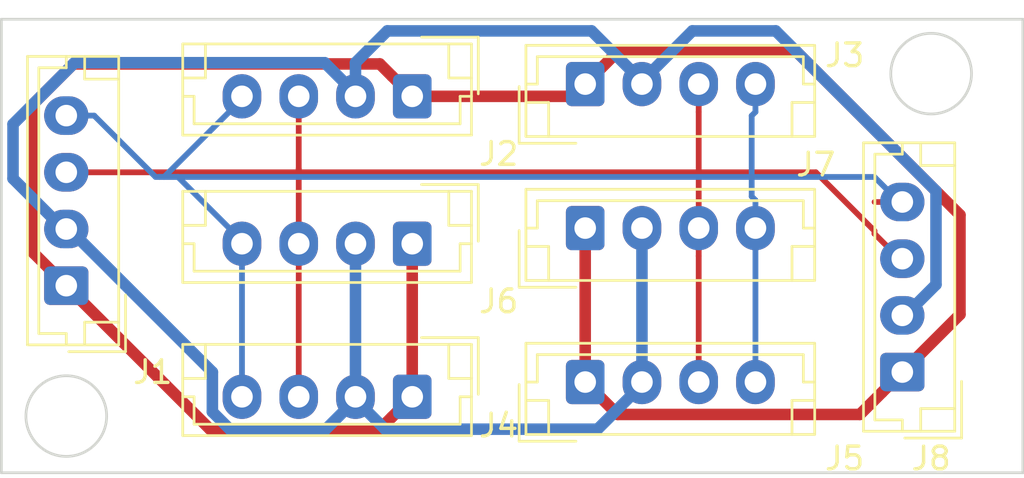
<source format=kicad_pcb>
(kicad_pcb (version 20171130) (host pcbnew "(5.1.4)-1")

  (general
    (thickness 1.6)
    (drawings 6)
    (tracks 106)
    (zones 0)
    (modules 8)
    (nets 5)
  )

  (page A4)
  (layers
    (0 F.Cu signal)
    (31 B.Cu signal)
    (32 B.Adhes user)
    (33 F.Adhes user)
    (34 B.Paste user)
    (35 F.Paste user)
    (36 B.SilkS user)
    (37 F.SilkS user)
    (38 B.Mask user)
    (39 F.Mask user)
    (40 Dwgs.User user)
    (41 Cmts.User user)
    (42 Eco1.User user)
    (43 Eco2.User user)
    (44 Edge.Cuts user)
    (45 Margin user)
    (46 B.CrtYd user)
    (47 F.CrtYd user)
    (48 B.Fab user)
    (49 F.Fab user)
  )

  (setup
    (last_trace_width 0.254)
    (user_trace_width 0.508)
    (trace_clearance 0.2)
    (zone_clearance 0.508)
    (zone_45_only no)
    (trace_min 0.2)
    (via_size 0.8)
    (via_drill 0.4)
    (via_min_size 0.4)
    (via_min_drill 0.3)
    (uvia_size 0.3)
    (uvia_drill 0.1)
    (uvias_allowed no)
    (uvia_min_size 0.2)
    (uvia_min_drill 0.1)
    (edge_width 0.05)
    (segment_width 0.2)
    (pcb_text_width 0.3)
    (pcb_text_size 1.5 1.5)
    (mod_edge_width 0.12)
    (mod_text_size 1 1)
    (mod_text_width 0.15)
    (pad_size 1.524 1.524)
    (pad_drill 0.762)
    (pad_to_mask_clearance 0.051)
    (solder_mask_min_width 0.25)
    (aux_axis_origin 0 0)
    (visible_elements 7FFFFFFF)
    (pcbplotparams
      (layerselection 0x010fc_ffffffff)
      (usegerberextensions false)
      (usegerberattributes false)
      (usegerberadvancedattributes false)
      (creategerberjobfile false)
      (excludeedgelayer true)
      (linewidth 0.100000)
      (plotframeref false)
      (viasonmask false)
      (mode 1)
      (useauxorigin false)
      (hpglpennumber 1)
      (hpglpenspeed 20)
      (hpglpendiameter 15.000000)
      (psnegative false)
      (psa4output false)
      (plotreference true)
      (plotvalue true)
      (plotinvisibletext false)
      (padsonsilk false)
      (subtractmaskfromsilk false)
      (outputformat 1)
      (mirror false)
      (drillshape 0)
      (scaleselection 1)
      (outputdirectory "./"))
  )

  (net 0 "")
  (net 1 +5V)
  (net 2 CANL)
  (net 3 CANH)
  (net 4 GND)

  (net_class Default "This is the default net class."
    (clearance 0.2)
    (trace_width 0.254)
    (via_dia 0.8)
    (via_drill 0.4)
    (uvia_dia 0.3)
    (uvia_drill 0.1)
    (add_net +5V)
    (add_net CANH)
    (add_net CANL)
    (add_net GND)
  )

  (module Connector_JST:JST_EH_B4B-EH-A_1x04_P2.50mm_Vertical (layer F.Cu) (tedit 5C28142C) (tstamp 5E36139B)
    (at 38.1 36.65 180)
    (descr "JST EH series connector, B4B-EH-A (http://www.jst-mfg.com/product/pdf/eng/eEH.pdf), generated with kicad-footprint-generator")
    (tags "connector JST EH vertical")
    (path /5E3B06EB)
    (fp_text reference J4 (at -3.81 -1.27) (layer F.SilkS)
      (effects (font (size 1 1) (thickness 0.15)))
    )
    (fp_text value Conn_01x04_Male (at 3.75 3.4) (layer F.Fab)
      (effects (font (size 1 1) (thickness 0.15)))
    )
    (fp_text user %R (at 3.75 1.5) (layer F.Fab)
      (effects (font (size 1 1) (thickness 0.15)))
    )
    (fp_line (start -2.91 2.61) (end -0.41 2.61) (layer F.Fab) (width 0.1))
    (fp_line (start -2.91 0.11) (end -2.91 2.61) (layer F.Fab) (width 0.1))
    (fp_line (start -2.91 2.61) (end -0.41 2.61) (layer F.SilkS) (width 0.12))
    (fp_line (start -2.91 0.11) (end -2.91 2.61) (layer F.SilkS) (width 0.12))
    (fp_line (start 9.11 0.81) (end 9.11 2.31) (layer F.SilkS) (width 0.12))
    (fp_line (start 10.11 0.81) (end 9.11 0.81) (layer F.SilkS) (width 0.12))
    (fp_line (start -1.61 0.81) (end -1.61 2.31) (layer F.SilkS) (width 0.12))
    (fp_line (start -2.61 0.81) (end -1.61 0.81) (layer F.SilkS) (width 0.12))
    (fp_line (start 9.61 0) (end 10.11 0) (layer F.SilkS) (width 0.12))
    (fp_line (start 9.61 -1.21) (end 9.61 0) (layer F.SilkS) (width 0.12))
    (fp_line (start -2.11 -1.21) (end 9.61 -1.21) (layer F.SilkS) (width 0.12))
    (fp_line (start -2.11 0) (end -2.11 -1.21) (layer F.SilkS) (width 0.12))
    (fp_line (start -2.61 0) (end -2.11 0) (layer F.SilkS) (width 0.12))
    (fp_line (start 10.11 -1.71) (end -2.61 -1.71) (layer F.SilkS) (width 0.12))
    (fp_line (start 10.11 2.31) (end 10.11 -1.71) (layer F.SilkS) (width 0.12))
    (fp_line (start -2.61 2.31) (end 10.11 2.31) (layer F.SilkS) (width 0.12))
    (fp_line (start -2.61 -1.71) (end -2.61 2.31) (layer F.SilkS) (width 0.12))
    (fp_line (start 10.5 -2.1) (end -3 -2.1) (layer F.CrtYd) (width 0.05))
    (fp_line (start 10.5 2.7) (end 10.5 -2.1) (layer F.CrtYd) (width 0.05))
    (fp_line (start -3 2.7) (end 10.5 2.7) (layer F.CrtYd) (width 0.05))
    (fp_line (start -3 -2.1) (end -3 2.7) (layer F.CrtYd) (width 0.05))
    (fp_line (start 10 -1.6) (end -2.5 -1.6) (layer F.Fab) (width 0.1))
    (fp_line (start 10 2.2) (end 10 -1.6) (layer F.Fab) (width 0.1))
    (fp_line (start -2.5 2.2) (end 10 2.2) (layer F.Fab) (width 0.1))
    (fp_line (start -2.5 -1.6) (end -2.5 2.2) (layer F.Fab) (width 0.1))
    (pad 4 thru_hole oval (at 7.5 0 180) (size 1.7 1.95) (drill 0.95) (layers *.Cu *.Mask)
      (net 2 CANL))
    (pad 3 thru_hole oval (at 5 0 180) (size 1.7 1.95) (drill 0.95) (layers *.Cu *.Mask)
      (net 3 CANH))
    (pad 2 thru_hole oval (at 2.5 0 180) (size 1.7 1.95) (drill 0.95) (layers *.Cu *.Mask)
      (net 4 GND))
    (pad 1 thru_hole roundrect (at 0 0 180) (size 1.7 1.95) (drill 0.95) (layers *.Cu *.Mask) (roundrect_rratio 0.147059)
      (net 1 +5V))
    (model ${KISYS3DMOD}/Connector_JST.3dshapes/JST_EH_B4B-EH-A_1x04_P2.50mm_Vertical.wrl
      (at (xyz 0 0 0))
      (scale (xyz 1 1 1))
      (rotate (xyz 0 0 0))
    )
  )

  (module Connector_JST:JST_EH_B4B-EH-A_1x04_P2.50mm_Vertical (layer F.Cu) (tedit 5C28142C) (tstamp 5E36134D)
    (at 22.86 31.75 90)
    (descr "JST EH series connector, B4B-EH-A (http://www.jst-mfg.com/product/pdf/eng/eEH.pdf), generated with kicad-footprint-generator")
    (tags "connector JST EH vertical")
    (path /5E3B2F17)
    (fp_text reference J1 (at -3.81 3.81 180) (layer F.SilkS)
      (effects (font (size 1 1) (thickness 0.15)))
    )
    (fp_text value Conn_01x04_Male (at 3.75 3.4 90) (layer F.Fab)
      (effects (font (size 1 1) (thickness 0.15)))
    )
    (fp_text user %R (at 3.75 1.5 90) (layer F.Fab)
      (effects (font (size 1 1) (thickness 0.15)))
    )
    (fp_line (start -2.91 2.61) (end -0.41 2.61) (layer F.Fab) (width 0.1))
    (fp_line (start -2.91 0.11) (end -2.91 2.61) (layer F.Fab) (width 0.1))
    (fp_line (start -2.91 2.61) (end -0.41 2.61) (layer F.SilkS) (width 0.12))
    (fp_line (start -2.91 0.11) (end -2.91 2.61) (layer F.SilkS) (width 0.12))
    (fp_line (start 9.11 0.81) (end 9.11 2.31) (layer F.SilkS) (width 0.12))
    (fp_line (start 10.11 0.81) (end 9.11 0.81) (layer F.SilkS) (width 0.12))
    (fp_line (start -1.61 0.81) (end -1.61 2.31) (layer F.SilkS) (width 0.12))
    (fp_line (start -2.61 0.81) (end -1.61 0.81) (layer F.SilkS) (width 0.12))
    (fp_line (start 9.61 0) (end 10.11 0) (layer F.SilkS) (width 0.12))
    (fp_line (start 9.61 -1.21) (end 9.61 0) (layer F.SilkS) (width 0.12))
    (fp_line (start -2.11 -1.21) (end 9.61 -1.21) (layer F.SilkS) (width 0.12))
    (fp_line (start -2.11 0) (end -2.11 -1.21) (layer F.SilkS) (width 0.12))
    (fp_line (start -2.61 0) (end -2.11 0) (layer F.SilkS) (width 0.12))
    (fp_line (start 10.11 -1.71) (end -2.61 -1.71) (layer F.SilkS) (width 0.12))
    (fp_line (start 10.11 2.31) (end 10.11 -1.71) (layer F.SilkS) (width 0.12))
    (fp_line (start -2.61 2.31) (end 10.11 2.31) (layer F.SilkS) (width 0.12))
    (fp_line (start -2.61 -1.71) (end -2.61 2.31) (layer F.SilkS) (width 0.12))
    (fp_line (start 10.5 -2.1) (end -3 -2.1) (layer F.CrtYd) (width 0.05))
    (fp_line (start 10.5 2.7) (end 10.5 -2.1) (layer F.CrtYd) (width 0.05))
    (fp_line (start -3 2.7) (end 10.5 2.7) (layer F.CrtYd) (width 0.05))
    (fp_line (start -3 -2.1) (end -3 2.7) (layer F.CrtYd) (width 0.05))
    (fp_line (start 10 -1.6) (end -2.5 -1.6) (layer F.Fab) (width 0.1))
    (fp_line (start 10 2.2) (end 10 -1.6) (layer F.Fab) (width 0.1))
    (fp_line (start -2.5 2.2) (end 10 2.2) (layer F.Fab) (width 0.1))
    (fp_line (start -2.5 -1.6) (end -2.5 2.2) (layer F.Fab) (width 0.1))
    (pad 4 thru_hole oval (at 7.5 0 90) (size 1.7 1.95) (drill 0.95) (layers *.Cu *.Mask)
      (net 2 CANL))
    (pad 3 thru_hole oval (at 5 0 90) (size 1.7 1.95) (drill 0.95) (layers *.Cu *.Mask)
      (net 3 CANH))
    (pad 2 thru_hole oval (at 2.5 0 90) (size 1.7 1.95) (drill 0.95) (layers *.Cu *.Mask)
      (net 4 GND))
    (pad 1 thru_hole roundrect (at 0 0 90) (size 1.7 1.95) (drill 0.95) (layers *.Cu *.Mask) (roundrect_rratio 0.147059)
      (net 1 +5V))
    (model ${KISYS3DMOD}/Connector_JST.3dshapes/JST_EH_B4B-EH-A_1x04_P2.50mm_Vertical.wrl
      (at (xyz 0 0 0))
      (scale (xyz 1 1 1))
      (rotate (xyz 0 0 0))
    )
  )

  (module Connector_JST:JST_EH_B4B-EH-A_1x04_P2.50mm_Vertical (layer F.Cu) (tedit 5C28142C) (tstamp 5E361381)
    (at 45.72 22.86)
    (descr "JST EH series connector, B4B-EH-A (http://www.jst-mfg.com/product/pdf/eng/eEH.pdf), generated with kicad-footprint-generator")
    (tags "connector JST EH vertical")
    (path /5E388058)
    (fp_text reference J3 (at 11.43 -1.27) (layer F.SilkS)
      (effects (font (size 1 1) (thickness 0.15)))
    )
    (fp_text value Conn_01x04_Male (at 3.75 3.4) (layer F.Fab)
      (effects (font (size 1 1) (thickness 0.15)))
    )
    (fp_text user %R (at 3.75 1.5) (layer F.Fab)
      (effects (font (size 1 1) (thickness 0.15)))
    )
    (fp_line (start -2.91 2.61) (end -0.41 2.61) (layer F.Fab) (width 0.1))
    (fp_line (start -2.91 0.11) (end -2.91 2.61) (layer F.Fab) (width 0.1))
    (fp_line (start -2.91 2.61) (end -0.41 2.61) (layer F.SilkS) (width 0.12))
    (fp_line (start -2.91 0.11) (end -2.91 2.61) (layer F.SilkS) (width 0.12))
    (fp_line (start 9.11 0.81) (end 9.11 2.31) (layer F.SilkS) (width 0.12))
    (fp_line (start 10.11 0.81) (end 9.11 0.81) (layer F.SilkS) (width 0.12))
    (fp_line (start -1.61 0.81) (end -1.61 2.31) (layer F.SilkS) (width 0.12))
    (fp_line (start -2.61 0.81) (end -1.61 0.81) (layer F.SilkS) (width 0.12))
    (fp_line (start 9.61 0) (end 10.11 0) (layer F.SilkS) (width 0.12))
    (fp_line (start 9.61 -1.21) (end 9.61 0) (layer F.SilkS) (width 0.12))
    (fp_line (start -2.11 -1.21) (end 9.61 -1.21) (layer F.SilkS) (width 0.12))
    (fp_line (start -2.11 0) (end -2.11 -1.21) (layer F.SilkS) (width 0.12))
    (fp_line (start -2.61 0) (end -2.11 0) (layer F.SilkS) (width 0.12))
    (fp_line (start 10.11 -1.71) (end -2.61 -1.71) (layer F.SilkS) (width 0.12))
    (fp_line (start 10.11 2.31) (end 10.11 -1.71) (layer F.SilkS) (width 0.12))
    (fp_line (start -2.61 2.31) (end 10.11 2.31) (layer F.SilkS) (width 0.12))
    (fp_line (start -2.61 -1.71) (end -2.61 2.31) (layer F.SilkS) (width 0.12))
    (fp_line (start 10.5 -2.1) (end -3 -2.1) (layer F.CrtYd) (width 0.05))
    (fp_line (start 10.5 2.7) (end 10.5 -2.1) (layer F.CrtYd) (width 0.05))
    (fp_line (start -3 2.7) (end 10.5 2.7) (layer F.CrtYd) (width 0.05))
    (fp_line (start -3 -2.1) (end -3 2.7) (layer F.CrtYd) (width 0.05))
    (fp_line (start 10 -1.6) (end -2.5 -1.6) (layer F.Fab) (width 0.1))
    (fp_line (start 10 2.2) (end 10 -1.6) (layer F.Fab) (width 0.1))
    (fp_line (start -2.5 2.2) (end 10 2.2) (layer F.Fab) (width 0.1))
    (fp_line (start -2.5 -1.6) (end -2.5 2.2) (layer F.Fab) (width 0.1))
    (pad 4 thru_hole oval (at 7.5 0) (size 1.7 1.95) (drill 0.95) (layers *.Cu *.Mask)
      (net 2 CANL))
    (pad 3 thru_hole oval (at 5 0) (size 1.7 1.95) (drill 0.95) (layers *.Cu *.Mask)
      (net 3 CANH))
    (pad 2 thru_hole oval (at 2.5 0) (size 1.7 1.95) (drill 0.95) (layers *.Cu *.Mask)
      (net 4 GND))
    (pad 1 thru_hole roundrect (at 0 0) (size 1.7 1.95) (drill 0.95) (layers *.Cu *.Mask) (roundrect_rratio 0.147059)
      (net 1 +5V))
    (model ${KISYS3DMOD}/Connector_JST.3dshapes/JST_EH_B4B-EH-A_1x04_P2.50mm_Vertical.wrl
      (at (xyz 0 0 0))
      (scale (xyz 1 1 1))
      (rotate (xyz 0 0 0))
    )
  )

  (module Connector_JST:JST_EH_B4B-EH-A_1x04_P2.50mm_Vertical (layer F.Cu) (tedit 5C28142C) (tstamp 5E361403)
    (at 59.69 35.56 90)
    (descr "JST EH series connector, B4B-EH-A (http://www.jst-mfg.com/product/pdf/eng/eEH.pdf), generated with kicad-footprint-generator")
    (tags "connector JST EH vertical")
    (path /5E3B4D4E)
    (fp_text reference J8 (at -3.81 1.27 180) (layer F.SilkS)
      (effects (font (size 1 1) (thickness 0.15)))
    )
    (fp_text value Conn_01x04_Male (at 3.75 3.4 90) (layer F.Fab)
      (effects (font (size 1 1) (thickness 0.15)))
    )
    (fp_text user %R (at 3.75 1.5 90) (layer F.Fab)
      (effects (font (size 1 1) (thickness 0.15)))
    )
    (fp_line (start -2.91 2.61) (end -0.41 2.61) (layer F.Fab) (width 0.1))
    (fp_line (start -2.91 0.11) (end -2.91 2.61) (layer F.Fab) (width 0.1))
    (fp_line (start -2.91 2.61) (end -0.41 2.61) (layer F.SilkS) (width 0.12))
    (fp_line (start -2.91 0.11) (end -2.91 2.61) (layer F.SilkS) (width 0.12))
    (fp_line (start 9.11 0.81) (end 9.11 2.31) (layer F.SilkS) (width 0.12))
    (fp_line (start 10.11 0.81) (end 9.11 0.81) (layer F.SilkS) (width 0.12))
    (fp_line (start -1.61 0.81) (end -1.61 2.31) (layer F.SilkS) (width 0.12))
    (fp_line (start -2.61 0.81) (end -1.61 0.81) (layer F.SilkS) (width 0.12))
    (fp_line (start 9.61 0) (end 10.11 0) (layer F.SilkS) (width 0.12))
    (fp_line (start 9.61 -1.21) (end 9.61 0) (layer F.SilkS) (width 0.12))
    (fp_line (start -2.11 -1.21) (end 9.61 -1.21) (layer F.SilkS) (width 0.12))
    (fp_line (start -2.11 0) (end -2.11 -1.21) (layer F.SilkS) (width 0.12))
    (fp_line (start -2.61 0) (end -2.11 0) (layer F.SilkS) (width 0.12))
    (fp_line (start 10.11 -1.71) (end -2.61 -1.71) (layer F.SilkS) (width 0.12))
    (fp_line (start 10.11 2.31) (end 10.11 -1.71) (layer F.SilkS) (width 0.12))
    (fp_line (start -2.61 2.31) (end 10.11 2.31) (layer F.SilkS) (width 0.12))
    (fp_line (start -2.61 -1.71) (end -2.61 2.31) (layer F.SilkS) (width 0.12))
    (fp_line (start 10.5 -2.1) (end -3 -2.1) (layer F.CrtYd) (width 0.05))
    (fp_line (start 10.5 2.7) (end 10.5 -2.1) (layer F.CrtYd) (width 0.05))
    (fp_line (start -3 2.7) (end 10.5 2.7) (layer F.CrtYd) (width 0.05))
    (fp_line (start -3 -2.1) (end -3 2.7) (layer F.CrtYd) (width 0.05))
    (fp_line (start 10 -1.6) (end -2.5 -1.6) (layer F.Fab) (width 0.1))
    (fp_line (start 10 2.2) (end 10 -1.6) (layer F.Fab) (width 0.1))
    (fp_line (start -2.5 2.2) (end 10 2.2) (layer F.Fab) (width 0.1))
    (fp_line (start -2.5 -1.6) (end -2.5 2.2) (layer F.Fab) (width 0.1))
    (pad 4 thru_hole oval (at 7.5 0 90) (size 1.7 1.95) (drill 0.95) (layers *.Cu *.Mask)
      (net 2 CANL))
    (pad 3 thru_hole oval (at 5 0 90) (size 1.7 1.95) (drill 0.95) (layers *.Cu *.Mask)
      (net 3 CANH))
    (pad 2 thru_hole oval (at 2.5 0 90) (size 1.7 1.95) (drill 0.95) (layers *.Cu *.Mask)
      (net 4 GND))
    (pad 1 thru_hole roundrect (at 0 0 90) (size 1.7 1.95) (drill 0.95) (layers *.Cu *.Mask) (roundrect_rratio 0.147059)
      (net 1 +5V))
    (model ${KISYS3DMOD}/Connector_JST.3dshapes/JST_EH_B4B-EH-A_1x04_P2.50mm_Vertical.wrl
      (at (xyz 0 0 0))
      (scale (xyz 1 1 1))
      (rotate (xyz 0 0 0))
    )
  )

  (module Connector_JST:JST_EH_B4B-EH-A_1x04_P2.50mm_Vertical (layer F.Cu) (tedit 5C28142C) (tstamp 5E361FC6)
    (at 45.72 29.21)
    (descr "JST EH series connector, B4B-EH-A (http://www.jst-mfg.com/product/pdf/eng/eEH.pdf), generated with kicad-footprint-generator")
    (tags "connector JST EH vertical")
    (path /5E3B1750)
    (fp_text reference J7 (at 10.16 -2.8) (layer F.SilkS)
      (effects (font (size 1 1) (thickness 0.15)))
    )
    (fp_text value Conn_01x04_Male (at 3.75 3.4) (layer F.Fab)
      (effects (font (size 1 1) (thickness 0.15)))
    )
    (fp_text user %R (at 3.75 1.5) (layer F.Fab)
      (effects (font (size 1 1) (thickness 0.15)))
    )
    (fp_line (start -2.91 2.61) (end -0.41 2.61) (layer F.Fab) (width 0.1))
    (fp_line (start -2.91 0.11) (end -2.91 2.61) (layer F.Fab) (width 0.1))
    (fp_line (start -2.91 2.61) (end -0.41 2.61) (layer F.SilkS) (width 0.12))
    (fp_line (start -2.91 0.11) (end -2.91 2.61) (layer F.SilkS) (width 0.12))
    (fp_line (start 9.11 0.81) (end 9.11 2.31) (layer F.SilkS) (width 0.12))
    (fp_line (start 10.11 0.81) (end 9.11 0.81) (layer F.SilkS) (width 0.12))
    (fp_line (start -1.61 0.81) (end -1.61 2.31) (layer F.SilkS) (width 0.12))
    (fp_line (start -2.61 0.81) (end -1.61 0.81) (layer F.SilkS) (width 0.12))
    (fp_line (start 9.61 0) (end 10.11 0) (layer F.SilkS) (width 0.12))
    (fp_line (start 9.61 -1.21) (end 9.61 0) (layer F.SilkS) (width 0.12))
    (fp_line (start -2.11 -1.21) (end 9.61 -1.21) (layer F.SilkS) (width 0.12))
    (fp_line (start -2.11 0) (end -2.11 -1.21) (layer F.SilkS) (width 0.12))
    (fp_line (start -2.61 0) (end -2.11 0) (layer F.SilkS) (width 0.12))
    (fp_line (start 10.11 -1.71) (end -2.61 -1.71) (layer F.SilkS) (width 0.12))
    (fp_line (start 10.11 2.31) (end 10.11 -1.71) (layer F.SilkS) (width 0.12))
    (fp_line (start -2.61 2.31) (end 10.11 2.31) (layer F.SilkS) (width 0.12))
    (fp_line (start -2.61 -1.71) (end -2.61 2.31) (layer F.SilkS) (width 0.12))
    (fp_line (start 10.5 -2.1) (end -3 -2.1) (layer F.CrtYd) (width 0.05))
    (fp_line (start 10.5 2.7) (end 10.5 -2.1) (layer F.CrtYd) (width 0.05))
    (fp_line (start -3 2.7) (end 10.5 2.7) (layer F.CrtYd) (width 0.05))
    (fp_line (start -3 -2.1) (end -3 2.7) (layer F.CrtYd) (width 0.05))
    (fp_line (start 10 -1.6) (end -2.5 -1.6) (layer F.Fab) (width 0.1))
    (fp_line (start 10 2.2) (end 10 -1.6) (layer F.Fab) (width 0.1))
    (fp_line (start -2.5 2.2) (end 10 2.2) (layer F.Fab) (width 0.1))
    (fp_line (start -2.5 -1.6) (end -2.5 2.2) (layer F.Fab) (width 0.1))
    (pad 4 thru_hole oval (at 7.5 0) (size 1.7 1.95) (drill 0.95) (layers *.Cu *.Mask)
      (net 2 CANL))
    (pad 3 thru_hole oval (at 5 0) (size 1.7 1.95) (drill 0.95) (layers *.Cu *.Mask)
      (net 3 CANH))
    (pad 2 thru_hole oval (at 2.5 0) (size 1.7 1.95) (drill 0.95) (layers *.Cu *.Mask)
      (net 4 GND))
    (pad 1 thru_hole roundrect (at 0 0) (size 1.7 1.95) (drill 0.95) (layers *.Cu *.Mask) (roundrect_rratio 0.147059)
      (net 1 +5V))
    (model ${KISYS3DMOD}/Connector_JST.3dshapes/JST_EH_B4B-EH-A_1x04_P2.50mm_Vertical.wrl
      (at (xyz 0 0 0))
      (scale (xyz 1 1 1))
      (rotate (xyz 0 0 0))
    )
  )

  (module Connector_JST:JST_EH_B4B-EH-A_1x04_P2.50mm_Vertical (layer F.Cu) (tedit 5C28142C) (tstamp 5E3613CF)
    (at 38.1 29.9 180)
    (descr "JST EH series connector, B4B-EH-A (http://www.jst-mfg.com/product/pdf/eng/eEH.pdf), generated with kicad-footprint-generator")
    (tags "connector JST EH vertical")
    (path /5E3B176D)
    (fp_text reference J6 (at -3.81 -2.54) (layer F.SilkS)
      (effects (font (size 1 1) (thickness 0.15)))
    )
    (fp_text value Conn_01x04_Male (at 3.75 3.4) (layer F.Fab)
      (effects (font (size 1 1) (thickness 0.15)))
    )
    (fp_text user %R (at 3.75 1.5) (layer F.Fab)
      (effects (font (size 1 1) (thickness 0.15)))
    )
    (fp_line (start -2.91 2.61) (end -0.41 2.61) (layer F.Fab) (width 0.1))
    (fp_line (start -2.91 0.11) (end -2.91 2.61) (layer F.Fab) (width 0.1))
    (fp_line (start -2.91 2.61) (end -0.41 2.61) (layer F.SilkS) (width 0.12))
    (fp_line (start -2.91 0.11) (end -2.91 2.61) (layer F.SilkS) (width 0.12))
    (fp_line (start 9.11 0.81) (end 9.11 2.31) (layer F.SilkS) (width 0.12))
    (fp_line (start 10.11 0.81) (end 9.11 0.81) (layer F.SilkS) (width 0.12))
    (fp_line (start -1.61 0.81) (end -1.61 2.31) (layer F.SilkS) (width 0.12))
    (fp_line (start -2.61 0.81) (end -1.61 0.81) (layer F.SilkS) (width 0.12))
    (fp_line (start 9.61 0) (end 10.11 0) (layer F.SilkS) (width 0.12))
    (fp_line (start 9.61 -1.21) (end 9.61 0) (layer F.SilkS) (width 0.12))
    (fp_line (start -2.11 -1.21) (end 9.61 -1.21) (layer F.SilkS) (width 0.12))
    (fp_line (start -2.11 0) (end -2.11 -1.21) (layer F.SilkS) (width 0.12))
    (fp_line (start -2.61 0) (end -2.11 0) (layer F.SilkS) (width 0.12))
    (fp_line (start 10.11 -1.71) (end -2.61 -1.71) (layer F.SilkS) (width 0.12))
    (fp_line (start 10.11 2.31) (end 10.11 -1.71) (layer F.SilkS) (width 0.12))
    (fp_line (start -2.61 2.31) (end 10.11 2.31) (layer F.SilkS) (width 0.12))
    (fp_line (start -2.61 -1.71) (end -2.61 2.31) (layer F.SilkS) (width 0.12))
    (fp_line (start 10.5 -2.1) (end -3 -2.1) (layer F.CrtYd) (width 0.05))
    (fp_line (start 10.5 2.7) (end 10.5 -2.1) (layer F.CrtYd) (width 0.05))
    (fp_line (start -3 2.7) (end 10.5 2.7) (layer F.CrtYd) (width 0.05))
    (fp_line (start -3 -2.1) (end -3 2.7) (layer F.CrtYd) (width 0.05))
    (fp_line (start 10 -1.6) (end -2.5 -1.6) (layer F.Fab) (width 0.1))
    (fp_line (start 10 2.2) (end 10 -1.6) (layer F.Fab) (width 0.1))
    (fp_line (start -2.5 2.2) (end 10 2.2) (layer F.Fab) (width 0.1))
    (fp_line (start -2.5 -1.6) (end -2.5 2.2) (layer F.Fab) (width 0.1))
    (pad 4 thru_hole oval (at 7.5 0 180) (size 1.7 1.95) (drill 0.95) (layers *.Cu *.Mask)
      (net 2 CANL))
    (pad 3 thru_hole oval (at 5 0 180) (size 1.7 1.95) (drill 0.95) (layers *.Cu *.Mask)
      (net 3 CANH))
    (pad 2 thru_hole oval (at 2.5 0 180) (size 1.7 1.95) (drill 0.95) (layers *.Cu *.Mask)
      (net 4 GND))
    (pad 1 thru_hole roundrect (at 0 0 180) (size 1.7 1.95) (drill 0.95) (layers *.Cu *.Mask) (roundrect_rratio 0.147059)
      (net 1 +5V))
    (model ${KISYS3DMOD}/Connector_JST.3dshapes/JST_EH_B4B-EH-A_1x04_P2.50mm_Vertical.wrl
      (at (xyz 0 0 0))
      (scale (xyz 1 1 1))
      (rotate (xyz 0 0 0))
    )
  )

  (module Connector_JST:JST_EH_B4B-EH-A_1x04_P2.50mm_Vertical (layer F.Cu) (tedit 5C28142C) (tstamp 5E3613B5)
    (at 45.72 36)
    (descr "JST EH series connector, B4B-EH-A (http://www.jst-mfg.com/product/pdf/eng/eEH.pdf), generated with kicad-footprint-generator")
    (tags "connector JST EH vertical")
    (path /5E3B06CE)
    (fp_text reference J5 (at 11.43 3.37) (layer F.SilkS)
      (effects (font (size 1 1) (thickness 0.15)))
    )
    (fp_text value Conn_01x04_Male (at 3.75 3.4) (layer F.Fab)
      (effects (font (size 1 1) (thickness 0.15)))
    )
    (fp_text user %R (at 3.75 1.5) (layer F.Fab)
      (effects (font (size 1 1) (thickness 0.15)))
    )
    (fp_line (start -2.91 2.61) (end -0.41 2.61) (layer F.Fab) (width 0.1))
    (fp_line (start -2.91 0.11) (end -2.91 2.61) (layer F.Fab) (width 0.1))
    (fp_line (start -2.91 2.61) (end -0.41 2.61) (layer F.SilkS) (width 0.12))
    (fp_line (start -2.91 0.11) (end -2.91 2.61) (layer F.SilkS) (width 0.12))
    (fp_line (start 9.11 0.81) (end 9.11 2.31) (layer F.SilkS) (width 0.12))
    (fp_line (start 10.11 0.81) (end 9.11 0.81) (layer F.SilkS) (width 0.12))
    (fp_line (start -1.61 0.81) (end -1.61 2.31) (layer F.SilkS) (width 0.12))
    (fp_line (start -2.61 0.81) (end -1.61 0.81) (layer F.SilkS) (width 0.12))
    (fp_line (start 9.61 0) (end 10.11 0) (layer F.SilkS) (width 0.12))
    (fp_line (start 9.61 -1.21) (end 9.61 0) (layer F.SilkS) (width 0.12))
    (fp_line (start -2.11 -1.21) (end 9.61 -1.21) (layer F.SilkS) (width 0.12))
    (fp_line (start -2.11 0) (end -2.11 -1.21) (layer F.SilkS) (width 0.12))
    (fp_line (start -2.61 0) (end -2.11 0) (layer F.SilkS) (width 0.12))
    (fp_line (start 10.11 -1.71) (end -2.61 -1.71) (layer F.SilkS) (width 0.12))
    (fp_line (start 10.11 2.31) (end 10.11 -1.71) (layer F.SilkS) (width 0.12))
    (fp_line (start -2.61 2.31) (end 10.11 2.31) (layer F.SilkS) (width 0.12))
    (fp_line (start -2.61 -1.71) (end -2.61 2.31) (layer F.SilkS) (width 0.12))
    (fp_line (start 10.5 -2.1) (end -3 -2.1) (layer F.CrtYd) (width 0.05))
    (fp_line (start 10.5 2.7) (end 10.5 -2.1) (layer F.CrtYd) (width 0.05))
    (fp_line (start -3 2.7) (end 10.5 2.7) (layer F.CrtYd) (width 0.05))
    (fp_line (start -3 -2.1) (end -3 2.7) (layer F.CrtYd) (width 0.05))
    (fp_line (start 10 -1.6) (end -2.5 -1.6) (layer F.Fab) (width 0.1))
    (fp_line (start 10 2.2) (end 10 -1.6) (layer F.Fab) (width 0.1))
    (fp_line (start -2.5 2.2) (end 10 2.2) (layer F.Fab) (width 0.1))
    (fp_line (start -2.5 -1.6) (end -2.5 2.2) (layer F.Fab) (width 0.1))
    (pad 4 thru_hole oval (at 7.5 0) (size 1.7 1.95) (drill 0.95) (layers *.Cu *.Mask)
      (net 2 CANL))
    (pad 3 thru_hole oval (at 5 0) (size 1.7 1.95) (drill 0.95) (layers *.Cu *.Mask)
      (net 3 CANH))
    (pad 2 thru_hole oval (at 2.5 0) (size 1.7 1.95) (drill 0.95) (layers *.Cu *.Mask)
      (net 4 GND))
    (pad 1 thru_hole roundrect (at 0 0) (size 1.7 1.95) (drill 0.95) (layers *.Cu *.Mask) (roundrect_rratio 0.147059)
      (net 1 +5V))
    (model ${KISYS3DMOD}/Connector_JST.3dshapes/JST_EH_B4B-EH-A_1x04_P2.50mm_Vertical.wrl
      (at (xyz 0 0 0))
      (scale (xyz 1 1 1))
      (rotate (xyz 0 0 0))
    )
  )

  (module Connector_JST:JST_EH_B4B-EH-A_1x04_P2.50mm_Vertical (layer F.Cu) (tedit 5C28142C) (tstamp 5E361367)
    (at 38.1 23.4 180)
    (descr "JST EH series connector, B4B-EH-A (http://www.jst-mfg.com/product/pdf/eng/eEH.pdf), generated with kicad-footprint-generator")
    (tags "connector JST EH vertical")
    (path /5E369B02)
    (fp_text reference J2 (at -3.81 -2.54) (layer F.SilkS)
      (effects (font (size 1 1) (thickness 0.15)))
    )
    (fp_text value Conn_01x04_Male (at 3.75 3.4) (layer F.Fab)
      (effects (font (size 1 1) (thickness 0.15)))
    )
    (fp_text user %R (at 3.75 1.5) (layer F.Fab)
      (effects (font (size 1 1) (thickness 0.15)))
    )
    (fp_line (start -2.91 2.61) (end -0.41 2.61) (layer F.Fab) (width 0.1))
    (fp_line (start -2.91 0.11) (end -2.91 2.61) (layer F.Fab) (width 0.1))
    (fp_line (start -2.91 2.61) (end -0.41 2.61) (layer F.SilkS) (width 0.12))
    (fp_line (start -2.91 0.11) (end -2.91 2.61) (layer F.SilkS) (width 0.12))
    (fp_line (start 9.11 0.81) (end 9.11 2.31) (layer F.SilkS) (width 0.12))
    (fp_line (start 10.11 0.81) (end 9.11 0.81) (layer F.SilkS) (width 0.12))
    (fp_line (start -1.61 0.81) (end -1.61 2.31) (layer F.SilkS) (width 0.12))
    (fp_line (start -2.61 0.81) (end -1.61 0.81) (layer F.SilkS) (width 0.12))
    (fp_line (start 9.61 0) (end 10.11 0) (layer F.SilkS) (width 0.12))
    (fp_line (start 9.61 -1.21) (end 9.61 0) (layer F.SilkS) (width 0.12))
    (fp_line (start -2.11 -1.21) (end 9.61 -1.21) (layer F.SilkS) (width 0.12))
    (fp_line (start -2.11 0) (end -2.11 -1.21) (layer F.SilkS) (width 0.12))
    (fp_line (start -2.61 0) (end -2.11 0) (layer F.SilkS) (width 0.12))
    (fp_line (start 10.11 -1.71) (end -2.61 -1.71) (layer F.SilkS) (width 0.12))
    (fp_line (start 10.11 2.31) (end 10.11 -1.71) (layer F.SilkS) (width 0.12))
    (fp_line (start -2.61 2.31) (end 10.11 2.31) (layer F.SilkS) (width 0.12))
    (fp_line (start -2.61 -1.71) (end -2.61 2.31) (layer F.SilkS) (width 0.12))
    (fp_line (start 10.5 -2.1) (end -3 -2.1) (layer F.CrtYd) (width 0.05))
    (fp_line (start 10.5 2.7) (end 10.5 -2.1) (layer F.CrtYd) (width 0.05))
    (fp_line (start -3 2.7) (end 10.5 2.7) (layer F.CrtYd) (width 0.05))
    (fp_line (start -3 -2.1) (end -3 2.7) (layer F.CrtYd) (width 0.05))
    (fp_line (start 10 -1.6) (end -2.5 -1.6) (layer F.Fab) (width 0.1))
    (fp_line (start 10 2.2) (end 10 -1.6) (layer F.Fab) (width 0.1))
    (fp_line (start -2.5 2.2) (end 10 2.2) (layer F.Fab) (width 0.1))
    (fp_line (start -2.5 -1.6) (end -2.5 2.2) (layer F.Fab) (width 0.1))
    (pad 4 thru_hole oval (at 7.5 0 180) (size 1.7 1.95) (drill 0.95) (layers *.Cu *.Mask)
      (net 2 CANL))
    (pad 3 thru_hole oval (at 5 0 180) (size 1.7 1.95) (drill 0.95) (layers *.Cu *.Mask)
      (net 3 CANH))
    (pad 2 thru_hole oval (at 2.5 0 180) (size 1.7 1.95) (drill 0.95) (layers *.Cu *.Mask)
      (net 4 GND))
    (pad 1 thru_hole roundrect (at 0 0 180) (size 1.7 1.95) (drill 0.95) (layers *.Cu *.Mask) (roundrect_rratio 0.147059)
      (net 1 +5V))
    (model ${KISYS3DMOD}/Connector_JST.3dshapes/JST_EH_B4B-EH-A_1x04_P2.50mm_Vertical.wrl
      (at (xyz 0 0 0))
      (scale (xyz 1 1 1))
      (rotate (xyz 0 0 0))
    )
  )

  (gr_circle (center 22.86 37.5) (end 24.638 37.5) (layer Edge.Cuts) (width 0.12) (tstamp 5E64493D))
  (gr_circle (center 60.96 22.4) (end 62.738 22.4) (layer Edge.Cuts) (width 0.12))
  (gr_line (start 65 20) (end 65 40) (layer Edge.Cuts) (width 0.12) (tstamp 5E362345))
  (gr_line (start 20 40) (end 65 40) (layer Edge.Cuts) (width 0.12) (tstamp 5E362345))
  (gr_line (start 20 40) (end 20 20) (layer Edge.Cuts) (width 0.12))
  (gr_line (start 20 20) (end 65 20) (layer Edge.Cuts) (width 0.12) (tstamp 5E36233E))

  (segment (start 37.201628 37.548372) (end 38.1 36.65) (width 0.508) (layer F.Cu) (net 1))
  (segment (start 36.67099 38.07901) (end 37.201628 37.548372) (width 0.508) (layer F.Cu) (net 1))
  (segment (start 29.18901 38.07901) (end 36.67099 38.07901) (width 0.508) (layer F.Cu) (net 1))
  (segment (start 22.86 31.75) (end 29.18901 38.07901) (width 0.508) (layer F.Cu) (net 1))
  (segment (start 38.1 36.65) (end 38.1 29.9) (width 0.508) (layer F.Cu) (net 1))
  (segment (start 37.201628 22.501628) (end 38.1 23.4) (width 0.508) (layer F.Cu) (net 1))
  (segment (start 36.67099 21.97099) (end 37.201628 22.501628) (width 0.508) (layer F.Cu) (net 1))
  (segment (start 23.169862 21.97099) (end 36.67099 21.97099) (width 0.508) (layer F.Cu) (net 1))
  (segment (start 21.43099 23.709862) (end 23.169862 21.97099) (width 0.508) (layer F.Cu) (net 1))
  (segment (start 21.43099 30.32099) (end 21.43099 23.709862) (width 0.508) (layer F.Cu) (net 1))
  (segment (start 22.86 31.75) (end 21.43099 30.32099) (width 0.508) (layer F.Cu) (net 1))
  (segment (start 45.18 23.4) (end 45.72 22.86) (width 0.508) (layer F.Cu) (net 1))
  (segment (start 38.1 23.4) (end 45.18 23.4) (width 0.508) (layer F.Cu) (net 1))
  (segment (start 55.030138 21.43099) (end 62.23 28.630852) (width 0.508) (layer F.Cu) (net 1))
  (segment (start 62.23 33.02) (end 59.69 35.56) (width 0.508) (layer F.Cu) (net 1))
  (segment (start 62.23 28.630852) (end 62.23 33.02) (width 0.508) (layer F.Cu) (net 1))
  (segment (start 45.72 36) (end 45.72 29.21) (width 0.508) (layer F.Cu) (net 1))
  (segment (start 58.791628 36.458372) (end 59.69 35.56) (width 0.508) (layer F.Cu) (net 1))
  (segment (start 57.82099 37.42901) (end 58.791628 36.458372) (width 0.508) (layer F.Cu) (net 1))
  (segment (start 47.14901 37.42901) (end 57.82099 37.42901) (width 0.508) (layer F.Cu) (net 1))
  (segment (start 45.72 36) (end 47.14901 37.42901) (width 0.508) (layer F.Cu) (net 1))
  (segment (start 47.14901 21.43099) (end 55.030138 21.43099) (width 0.508) (layer F.Cu) (net 1))
  (segment (start 45.72 22.86) (end 47.14901 21.43099) (width 0.508) (layer F.Cu) (net 1))
  (segment (start 59.69 30.52) (end 59.565 30.52) (width 0.25) (layer F.Cu) (net 3))
  (segment (start 59.69 30.52) (end 59.815 30.52) (width 0.25) (layer F.Cu) (net 3))
  (segment (start 53.22 22.735) (end 53.22 22.86) (width 0.25) (layer F.Cu) (net 2))
  (segment (start 53.22 22.86) (end 53.22 22.985) (width 0.25) (layer F.Cu) (net 2))
  (segment (start 50.72 22.735) (end 50.72 22.86) (width 0.25) (layer F.Cu) (net 3))
  (segment (start 48.22 22.735) (end 48.22 22.86) (width 0.25) (layer F.Cu) (net 4))
  (segment (start 35.6 24.13) (end 35.6 24.005) (width 0.25) (layer F.Cu) (net 4))
  (segment (start 59.69 28.02) (end 59.565 28.02) (width 0.25) (layer F.Cu) (net 2))
  (segment (start 59.69 28.02) (end 59.815 28.02) (width 0.25) (layer F.Cu) (net 2))
  (segment (start 22.86 24.25) (end 22.985 24.25) (width 0.25) (layer F.Cu) (net 2))
  (segment (start 58.465 28.06) (end 59.69 28.06) (width 0.25) (layer F.Cu) (net 2))
  (segment (start 59.565 28.06) (end 59.69 28.06) (width 0.254) (layer B.Cu) (net 2))
  (segment (start 58.461 26.956) (end 59.565 28.06) (width 0.254) (layer B.Cu) (net 2))
  (segment (start 24.089 24.25) (end 26.795 26.956) (width 0.254) (layer B.Cu) (net 2))
  (segment (start 22.86 24.25) (end 24.089 24.25) (width 0.254) (layer B.Cu) (net 2))
  (segment (start 30.6 23.525) (end 30.6 23.4) (width 0.254) (layer B.Cu) (net 2))
  (segment (start 27.169 26.956) (end 30.6 23.525) (width 0.254) (layer B.Cu) (net 2))
  (segment (start 26.956 26.956) (end 27.169 26.956) (width 0.254) (layer B.Cu) (net 2))
  (segment (start 26.795 26.956) (end 26.956 26.956) (width 0.254) (layer B.Cu) (net 2))
  (segment (start 30.6 29.775) (end 30.6 29.9) (width 0.254) (layer B.Cu) (net 2))
  (segment (start 27.781 26.956) (end 30.6 29.775) (width 0.254) (layer B.Cu) (net 2))
  (segment (start 27.169 26.956) (end 27.781 26.956) (width 0.254) (layer B.Cu) (net 2))
  (segment (start 30.6 30.025) (end 30.6 36.65) (width 0.254) (layer B.Cu) (net 2))
  (segment (start 30.6 29.9) (end 30.6 30.025) (width 0.254) (layer B.Cu) (net 2))
  (segment (start 53.054 24.255) (end 53.054 26.956) (width 0.254) (layer B.Cu) (net 2))
  (segment (start 53.22 24.089) (end 53.054 24.255) (width 0.254) (layer B.Cu) (net 2))
  (segment (start 53.22 22.86) (end 53.22 24.089) (width 0.254) (layer B.Cu) (net 2))
  (segment (start 26.956 26.956) (end 53.054 26.956) (width 0.254) (layer B.Cu) (net 2))
  (segment (start 53.054 26.956) (end 58.461 26.956) (width 0.254) (layer B.Cu) (net 2))
  (segment (start 53.054 27.815) (end 53.054 26.956) (width 0.254) (layer B.Cu) (net 2))
  (segment (start 53.22 27.981) (end 53.054 27.815) (width 0.254) (layer B.Cu) (net 2))
  (segment (start 53.22 29.21) (end 53.22 27.981) (width 0.254) (layer B.Cu) (net 2))
  (segment (start 53.22 36) (end 53.22 29.21) (width 0.254) (layer B.Cu) (net 2))
  (segment (start 22.86 26.75) (end 22.985 26.75) (width 0.25) (layer F.Cu) (net 3))
  (segment (start 59.565 30.56) (end 59.69 30.56) (width 0.254) (layer F.Cu) (net 3))
  (segment (start 58.461 29.456) (end 59.565 30.56) (width 0.254) (layer F.Cu) (net 3))
  (segment (start 58.461 29.331) (end 58.461 29.456) (width 0.254) (layer F.Cu) (net 3))
  (segment (start 55.88 26.75) (end 58.461 29.331) (width 0.254) (layer F.Cu) (net 3))
  (segment (start 22.86 26.75) (end 33.1 26.75) (width 0.254) (layer F.Cu) (net 3))
  (segment (start 33.1 26.59) (end 33.1 29.9) (width 0.254) (layer F.Cu) (net 3))
  (segment (start 33.1 26.59) (end 33.1 23.4) (width 0.254) (layer F.Cu) (net 3))
  (segment (start 33.1 26.75) (end 33.1 26.59) (width 0.254) (layer F.Cu) (net 3))
  (segment (start 33.1 29.9) (end 33.1 36.65) (width 0.254) (layer F.Cu) (net 3))
  (segment (start 50.72 30.439) (end 50.72 36) (width 0.254) (layer F.Cu) (net 3))
  (segment (start 50.72 29.21) (end 50.72 30.439) (width 0.254) (layer F.Cu) (net 3))
  (segment (start 50.72 29.21) (end 50.72 27.981) (width 0.254) (layer F.Cu) (net 3))
  (segment (start 50.72 24.089) (end 50.72 26.75) (width 0.254) (layer F.Cu) (net 3))
  (segment (start 50.72 22.86) (end 50.72 24.089) (width 0.254) (layer F.Cu) (net 3))
  (segment (start 33.1 26.75) (end 50.72 26.75) (width 0.254) (layer F.Cu) (net 3))
  (segment (start 50.72 26.75) (end 55.88 26.75) (width 0.254) (layer F.Cu) (net 3))
  (segment (start 50.72 27.981) (end 50.72 26.75) (width 0.254) (layer F.Cu) (net 3))
  (segment (start 35.6 36.955) (end 35.6 36.83) (width 0.25) (layer F.Cu) (net 4))
  (segment (start 34.242 38.133) (end 35.6 36.775) (width 0.508) (layer B.Cu) (net 4))
  (segment (start 30.113852 38.133) (end 34.242 38.133) (width 0.508) (layer B.Cu) (net 4))
  (segment (start 29.29599 37.315138) (end 30.113852 38.133) (width 0.508) (layer B.Cu) (net 4))
  (segment (start 29.29599 35.56099) (end 29.29599 37.315138) (width 0.508) (layer B.Cu) (net 4))
  (segment (start 22.985 29.25) (end 29.29599 35.56099) (width 0.508) (layer B.Cu) (net 4))
  (segment (start 22.86 29.25) (end 22.985 29.25) (width 0.508) (layer B.Cu) (net 4))
  (segment (start 35.6 23.275) (end 35.6 23.4) (width 0.508) (layer B.Cu) (net 4))
  (segment (start 34.242 21.917) (end 35.6 23.275) (width 0.508) (layer B.Cu) (net 4))
  (segment (start 23.223852 21.917) (end 34.242 21.917) (width 0.508) (layer B.Cu) (net 4))
  (segment (start 20.51401 24.626842) (end 23.223852 21.917) (width 0.508) (layer B.Cu) (net 4))
  (segment (start 20.51401 27.02901) (end 20.51401 24.626842) (width 0.508) (layer B.Cu) (net 4))
  (segment (start 22.735 29.25) (end 20.51401 27.02901) (width 0.508) (layer B.Cu) (net 4))
  (segment (start 22.86 29.25) (end 22.735 29.25) (width 0.508) (layer B.Cu) (net 4))
  (segment (start 35.6 36.65) (end 35.6 29.9) (width 0.508) (layer B.Cu) (net 4))
  (segment (start 45.99901 20.51401) (end 48.22 22.735) (width 0.508) (layer B.Cu) (net 4))
  (segment (start 37.00299 20.51401) (end 45.99901 20.51401) (width 0.508) (layer B.Cu) (net 4))
  (segment (start 35.6 21.917) (end 37.00299 20.51401) (width 0.508) (layer B.Cu) (net 4))
  (segment (start 35.6 23.4) (end 35.6 21.917) (width 0.508) (layer B.Cu) (net 4))
  (segment (start 59.815 33.06) (end 59.69 33.06) (width 0.508) (layer B.Cu) (net 4))
  (segment (start 61.173 31.702) (end 59.815 33.06) (width 0.508) (layer B.Cu) (net 4))
  (segment (start 61.173 27.573852) (end 61.173 31.702) (width 0.508) (layer B.Cu) (net 4))
  (segment (start 54.113158 20.51401) (end 61.173 27.573852) (width 0.508) (layer B.Cu) (net 4))
  (segment (start 50.44099 20.51401) (end 54.113158 20.51401) (width 0.508) (layer B.Cu) (net 4))
  (segment (start 48.22 22.735) (end 50.44099 20.51401) (width 0.508) (layer B.Cu) (net 4))
  (segment (start 48.22 22.86) (end 48.22 22.735) (width 0.508) (layer B.Cu) (net 4))
  (segment (start 48.22 36.125) (end 48.22 36) (width 0.508) (layer B.Cu) (net 4))
  (segment (start 46.26599 38.07901) (end 48.22 36.125) (width 0.508) (layer B.Cu) (net 4))
  (segment (start 36.90401 38.07901) (end 46.26599 38.07901) (width 0.508) (layer B.Cu) (net 4))
  (segment (start 35.6 36.775) (end 36.90401 38.07901) (width 0.508) (layer B.Cu) (net 4))
  (segment (start 35.6 36.65) (end 35.6 36.775) (width 0.508) (layer B.Cu) (net 4))
  (segment (start 48.22 36) (end 48.22 29.21) (width 0.508) (layer B.Cu) (net 4))

)

</source>
